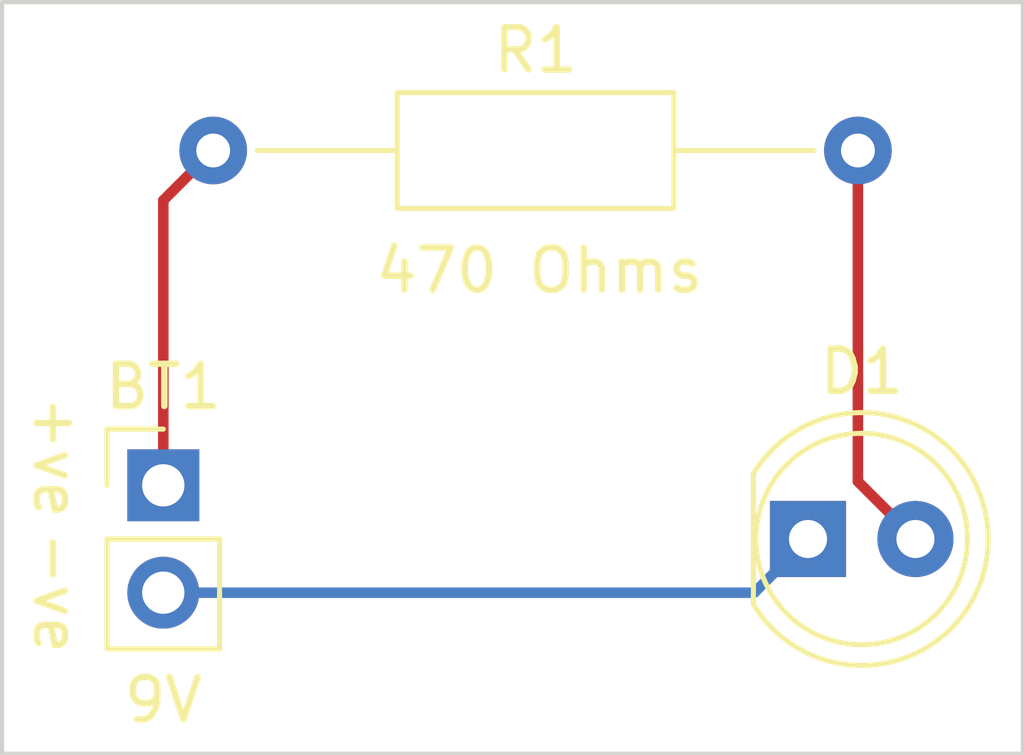
<source format=kicad_pcb>
(kicad_pcb (version 20211014) (generator pcbnew)
  (layers (0 "F.Cu" signal) (31 "B.Cu" signal) (34 "B.Paste" user) (35 "F.Paste" user) (36 "B.SilkS" user "B.Silkscreen") (37 "F.SilkS" user "F.Silkscreen") (38 "B.Mask" user) (39 "F.Mask" user) (44 "Edge.Cuts" user))
  (net 0 "")
  (net 1 "Net-(BT1-Pad1)")
  (net 2 "Net-(BT1-Pad2)")
  (net 3 "Net-(D1-Pad2)")
  (footprint "LED_THT:LED_D5.0mm" (layer "F.Cu") (at 139.7 92.71)
    (fp_text reference "D1" (at 1.27 -3.96) (layer "F.SilkS"))
    (fp_text value "LED")
    (fp_line (start -1.29 -1.545) (end -1.29 1.545) (layer "F.SilkS") (width 0.12))
    (fp_arc (start -1.29 -1.54483) (mid 2.072002 -2.880433) (end 4.26 0.000462) (layer "F.SilkS") (width 0.12))
    (fp_arc (start 4.26 -0.000462) (mid 2.072002 2.880433) (end -1.29 1.54483) (layer "F.SilkS") (width 0.12))
    (fp_circle (center 1.27 0) (end 3.77 0) (layer "F.SilkS") (width 0.12) (fill none))
    (pad "1" thru_hole rect (at 0 0) (size 1.8 1.8) (drill 0.9) (layers *.Cu *.Mask) (net 2 "Net-(BT1-Pad2)"))
    (pad "2" thru_hole circle (at 2.54 0) (size 1.8 1.8) (drill 0.9) (layers *.Cu *.Mask) (net 3 "Net-(D1-Pad2)"))
  )
  (footprint "Resistor_THT:R_Axial_DIN0207_L6.3mm_D2.5mm_P15.24mm_Horizontal" (layer "F.Cu") (at 125.64 83.52)
    (fp_text reference "R1" (at 7.62 -2.37) (layer "F.SilkS"))
    (fp_text value "470")
    (fp_line (start 10.89 1.37) (end 10.89 -1.37) (layer "F.SilkS") (width 0.12))
    (fp_line (start 10.89 -1.37) (end 4.35 -1.37) (layer "F.SilkS") (width 0.12))
    (fp_line (start 14.2 0) (end 10.89 0) (layer "F.SilkS") (width 0.12))
    (fp_line (start 4.35 -1.37) (end 4.35 1.37) (layer "F.SilkS") (width 0.12))
    (fp_line (start 4.35 1.37) (end 10.89 1.37) (layer "F.SilkS") (width 0.12))
    (fp_line (start 1.04 0) (end 4.35 0) (layer "F.SilkS") (width 0.12))
    (pad "1" thru_hole circle (at 0 0) (size 1.6 1.6) (drill 0.8) (layers *.Cu *.Mask) (net 1 "Net-(BT1-Pad1)"))
    (pad "2" thru_hole oval (at 15.24 0) (size 1.6 1.6) (drill 0.8) (layers *.Cu *.Mask) (net 3 "Net-(D1-Pad2)"))
  )
  (footprint "Connector_PinHeader_2.54mm:PinHeader_1x02_P2.54mm_Vertical" (layer "F.Cu") (at 124.46 91.44)
    (fp_text reference "BT1" (at 0 -2.33) (layer "F.SilkS"))
    (fp_text value "9V")
    (fp_line (start -1.33 3.87) (end 1.33 3.87) (layer "F.SilkS") (width 0.12))
    (fp_line (start -1.33 0) (end -1.33 -1.33) (layer "F.SilkS") (width 0.12))
    (fp_line (start 1.33 1.27) (end 1.33 3.87) (layer "F.SilkS") (width 0.12))
    (fp_line (start -1.33 1.27) (end -1.33 3.87) (layer "F.SilkS") (width 0.12))
    (fp_line (start -1.33 1.27) (end 1.33 1.27) (layer "F.SilkS") (width 0.12))
    (fp_line (start -1.33 -1.33) (end 0 -1.33) (layer "F.SilkS") (width 0.12))
    (pad "1" thru_hole rect (at 0 0) (size 1.7 1.7) (drill 1) (layers *.Cu *.Mask) (net 1 "Net-(BT1-Pad1)"))
    (pad "2" thru_hole oval (at 0 2.54) (size 1.7 1.7) (drill 1) (layers *.Cu *.Mask) (net 2 "Net-(BT1-Pad2)"))
  )
  (gr_rect (start 120.65 80.01) (end 144.78 97.79) (layer "Edge.Cuts") (width 0.1) (fill none))
  (gr_text "-ve" (at 121.92 93.98 270) (layer "F.SilkS") (effects (font (size 1 1))))
  (gr_text "+ve" (at 121.92 90.775 270) (layer "F.SilkS") (effects (font (size 1 1))))
  (gr_text "9V" (at 124.46 96.52) (layer "F.SilkS") (effects (font (size 1 1))))
  (gr_text "470 Ohms" (at 133.35 86.36) (layer "F.SilkS") (effects (font (size 1 1))))
  (segment (start 124.46 84.7) (end 125.64 83.52) (width 0.25) (layer "F.Cu") (net 1))
  (segment (start 124.46 91.44) (end 124.46 84.7) (width 0.25) (layer "F.Cu") (net 1))
  (segment (start 138.43 93.98) (end 139.7 92.71) (width 0.25) (layer "B.Cu") (net 2))
  (segment (start 124.46 93.98) (end 138.43 93.98) (width 0.25) (layer "B.Cu") (net 2))
  (segment (start 140.88 91.35) (end 142.24 92.71) (width 0.25) (layer "F.Cu") (net 3))
  (segment (start 140.88 83.52) (end 140.88 91.35) (width 0.25) (layer "F.Cu") (net 3))
)
</source>
